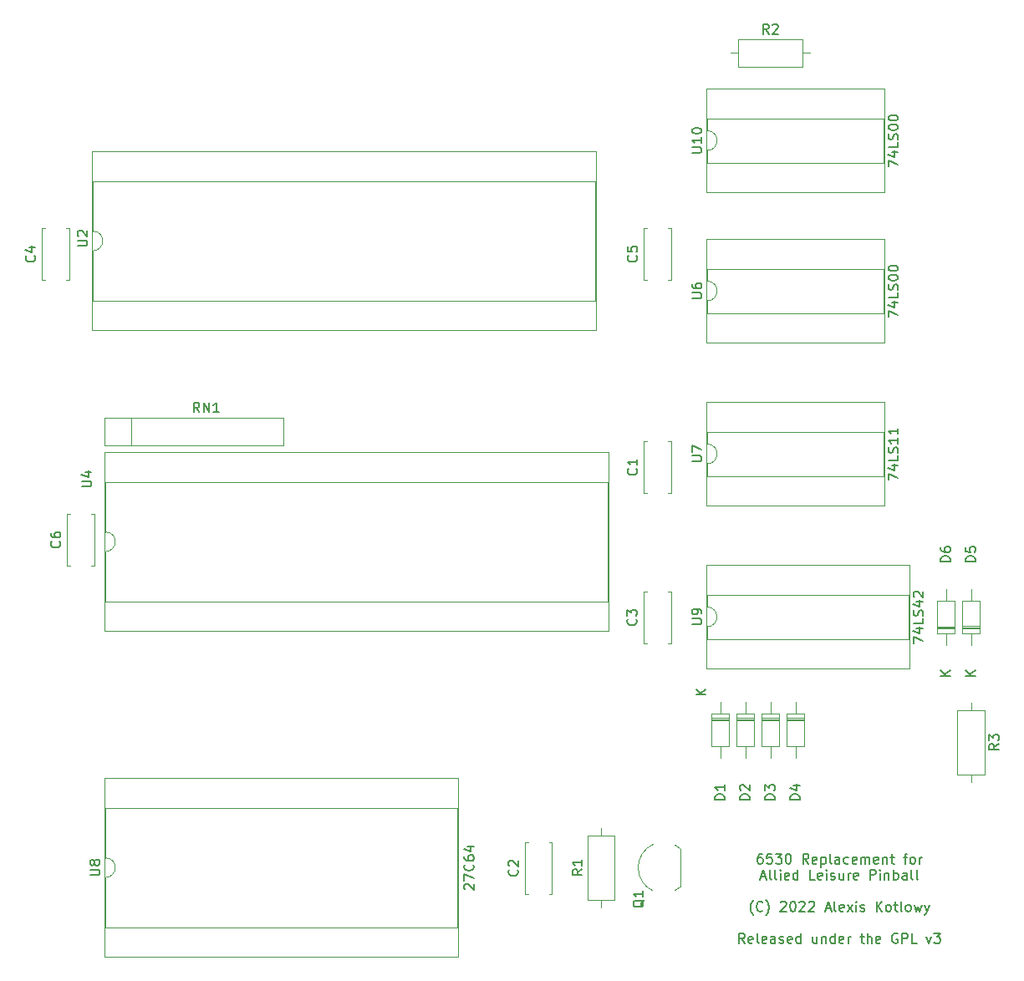
<source format=gbr>
%TF.GenerationSoftware,KiCad,Pcbnew,6.0.4+dfsg-1*%
%TF.CreationDate,2022-04-12T11:54:30+09:30*%
%TF.ProjectId,6530 to 6532 adaptor,36353330-2074-46f2-9036-353332206164,rev?*%
%TF.SameCoordinates,Original*%
%TF.FileFunction,Legend,Top*%
%TF.FilePolarity,Positive*%
%FSLAX46Y46*%
G04 Gerber Fmt 4.6, Leading zero omitted, Abs format (unit mm)*
G04 Created by KiCad (PCBNEW 6.0.4+dfsg-1) date 2022-04-12 11:54:30*
%MOMM*%
%LPD*%
G01*
G04 APERTURE LIST*
%ADD10C,0.150000*%
%ADD11C,0.120000*%
G04 APERTURE END LIST*
D10*
X187111666Y-117982380D02*
X186921190Y-117982380D01*
X186825952Y-118030000D01*
X186778333Y-118077619D01*
X186683095Y-118220476D01*
X186635476Y-118410952D01*
X186635476Y-118791904D01*
X186683095Y-118887142D01*
X186730714Y-118934761D01*
X186825952Y-118982380D01*
X187016428Y-118982380D01*
X187111666Y-118934761D01*
X187159285Y-118887142D01*
X187206904Y-118791904D01*
X187206904Y-118553809D01*
X187159285Y-118458571D01*
X187111666Y-118410952D01*
X187016428Y-118363333D01*
X186825952Y-118363333D01*
X186730714Y-118410952D01*
X186683095Y-118458571D01*
X186635476Y-118553809D01*
X188111666Y-117982380D02*
X187635476Y-117982380D01*
X187587857Y-118458571D01*
X187635476Y-118410952D01*
X187730714Y-118363333D01*
X187968809Y-118363333D01*
X188064047Y-118410952D01*
X188111666Y-118458571D01*
X188159285Y-118553809D01*
X188159285Y-118791904D01*
X188111666Y-118887142D01*
X188064047Y-118934761D01*
X187968809Y-118982380D01*
X187730714Y-118982380D01*
X187635476Y-118934761D01*
X187587857Y-118887142D01*
X188492619Y-117982380D02*
X189111666Y-117982380D01*
X188778333Y-118363333D01*
X188921190Y-118363333D01*
X189016428Y-118410952D01*
X189064047Y-118458571D01*
X189111666Y-118553809D01*
X189111666Y-118791904D01*
X189064047Y-118887142D01*
X189016428Y-118934761D01*
X188921190Y-118982380D01*
X188635476Y-118982380D01*
X188540238Y-118934761D01*
X188492619Y-118887142D01*
X189730714Y-117982380D02*
X189825952Y-117982380D01*
X189921190Y-118030000D01*
X189968809Y-118077619D01*
X190016428Y-118172857D01*
X190064047Y-118363333D01*
X190064047Y-118601428D01*
X190016428Y-118791904D01*
X189968809Y-118887142D01*
X189921190Y-118934761D01*
X189825952Y-118982380D01*
X189730714Y-118982380D01*
X189635476Y-118934761D01*
X189587857Y-118887142D01*
X189540238Y-118791904D01*
X189492619Y-118601428D01*
X189492619Y-118363333D01*
X189540238Y-118172857D01*
X189587857Y-118077619D01*
X189635476Y-118030000D01*
X189730714Y-117982380D01*
X191825952Y-118982380D02*
X191492619Y-118506190D01*
X191254523Y-118982380D02*
X191254523Y-117982380D01*
X191635476Y-117982380D01*
X191730714Y-118030000D01*
X191778333Y-118077619D01*
X191825952Y-118172857D01*
X191825952Y-118315714D01*
X191778333Y-118410952D01*
X191730714Y-118458571D01*
X191635476Y-118506190D01*
X191254523Y-118506190D01*
X192635476Y-118934761D02*
X192540238Y-118982380D01*
X192349761Y-118982380D01*
X192254523Y-118934761D01*
X192206904Y-118839523D01*
X192206904Y-118458571D01*
X192254523Y-118363333D01*
X192349761Y-118315714D01*
X192540238Y-118315714D01*
X192635476Y-118363333D01*
X192683095Y-118458571D01*
X192683095Y-118553809D01*
X192206904Y-118649047D01*
X193111666Y-118315714D02*
X193111666Y-119315714D01*
X193111666Y-118363333D02*
X193206904Y-118315714D01*
X193397380Y-118315714D01*
X193492619Y-118363333D01*
X193540238Y-118410952D01*
X193587857Y-118506190D01*
X193587857Y-118791904D01*
X193540238Y-118887142D01*
X193492619Y-118934761D01*
X193397380Y-118982380D01*
X193206904Y-118982380D01*
X193111666Y-118934761D01*
X194159285Y-118982380D02*
X194064047Y-118934761D01*
X194016428Y-118839523D01*
X194016428Y-117982380D01*
X194968809Y-118982380D02*
X194968809Y-118458571D01*
X194921190Y-118363333D01*
X194825952Y-118315714D01*
X194635476Y-118315714D01*
X194540238Y-118363333D01*
X194968809Y-118934761D02*
X194873571Y-118982380D01*
X194635476Y-118982380D01*
X194540238Y-118934761D01*
X194492619Y-118839523D01*
X194492619Y-118744285D01*
X194540238Y-118649047D01*
X194635476Y-118601428D01*
X194873571Y-118601428D01*
X194968809Y-118553809D01*
X195873571Y-118934761D02*
X195778333Y-118982380D01*
X195587857Y-118982380D01*
X195492619Y-118934761D01*
X195445000Y-118887142D01*
X195397380Y-118791904D01*
X195397380Y-118506190D01*
X195445000Y-118410952D01*
X195492619Y-118363333D01*
X195587857Y-118315714D01*
X195778333Y-118315714D01*
X195873571Y-118363333D01*
X196683095Y-118934761D02*
X196587857Y-118982380D01*
X196397380Y-118982380D01*
X196302142Y-118934761D01*
X196254523Y-118839523D01*
X196254523Y-118458571D01*
X196302142Y-118363333D01*
X196397380Y-118315714D01*
X196587857Y-118315714D01*
X196683095Y-118363333D01*
X196730714Y-118458571D01*
X196730714Y-118553809D01*
X196254523Y-118649047D01*
X197159285Y-118982380D02*
X197159285Y-118315714D01*
X197159285Y-118410952D02*
X197206904Y-118363333D01*
X197302142Y-118315714D01*
X197445000Y-118315714D01*
X197540238Y-118363333D01*
X197587857Y-118458571D01*
X197587857Y-118982380D01*
X197587857Y-118458571D02*
X197635476Y-118363333D01*
X197730714Y-118315714D01*
X197873571Y-118315714D01*
X197968809Y-118363333D01*
X198016428Y-118458571D01*
X198016428Y-118982380D01*
X198873571Y-118934761D02*
X198778333Y-118982380D01*
X198587857Y-118982380D01*
X198492619Y-118934761D01*
X198445000Y-118839523D01*
X198445000Y-118458571D01*
X198492619Y-118363333D01*
X198587857Y-118315714D01*
X198778333Y-118315714D01*
X198873571Y-118363333D01*
X198921190Y-118458571D01*
X198921190Y-118553809D01*
X198445000Y-118649047D01*
X199349761Y-118315714D02*
X199349761Y-118982380D01*
X199349761Y-118410952D02*
X199397380Y-118363333D01*
X199492619Y-118315714D01*
X199635476Y-118315714D01*
X199730714Y-118363333D01*
X199778333Y-118458571D01*
X199778333Y-118982380D01*
X200111666Y-118315714D02*
X200492619Y-118315714D01*
X200254523Y-117982380D02*
X200254523Y-118839523D01*
X200302142Y-118934761D01*
X200397380Y-118982380D01*
X200492619Y-118982380D01*
X201445000Y-118315714D02*
X201825952Y-118315714D01*
X201587857Y-118982380D02*
X201587857Y-118125238D01*
X201635476Y-118030000D01*
X201730714Y-117982380D01*
X201825952Y-117982380D01*
X202302142Y-118982380D02*
X202206904Y-118934761D01*
X202159285Y-118887142D01*
X202111666Y-118791904D01*
X202111666Y-118506190D01*
X202159285Y-118410952D01*
X202206904Y-118363333D01*
X202302142Y-118315714D01*
X202445000Y-118315714D01*
X202540238Y-118363333D01*
X202587857Y-118410952D01*
X202635476Y-118506190D01*
X202635476Y-118791904D01*
X202587857Y-118887142D01*
X202540238Y-118934761D01*
X202445000Y-118982380D01*
X202302142Y-118982380D01*
X203064047Y-118982380D02*
X203064047Y-118315714D01*
X203064047Y-118506190D02*
X203111666Y-118410952D01*
X203159285Y-118363333D01*
X203254523Y-118315714D01*
X203349761Y-118315714D01*
X187016428Y-120306666D02*
X187492619Y-120306666D01*
X186921190Y-120592380D02*
X187254523Y-119592380D01*
X187587857Y-120592380D01*
X188064047Y-120592380D02*
X187968809Y-120544761D01*
X187921190Y-120449523D01*
X187921190Y-119592380D01*
X188587857Y-120592380D02*
X188492619Y-120544761D01*
X188445000Y-120449523D01*
X188445000Y-119592380D01*
X188968809Y-120592380D02*
X188968809Y-119925714D01*
X188968809Y-119592380D02*
X188921190Y-119640000D01*
X188968809Y-119687619D01*
X189016428Y-119640000D01*
X188968809Y-119592380D01*
X188968809Y-119687619D01*
X189825952Y-120544761D02*
X189730714Y-120592380D01*
X189540238Y-120592380D01*
X189445000Y-120544761D01*
X189397380Y-120449523D01*
X189397380Y-120068571D01*
X189445000Y-119973333D01*
X189540238Y-119925714D01*
X189730714Y-119925714D01*
X189825952Y-119973333D01*
X189873571Y-120068571D01*
X189873571Y-120163809D01*
X189397380Y-120259047D01*
X190730714Y-120592380D02*
X190730714Y-119592380D01*
X190730714Y-120544761D02*
X190635476Y-120592380D01*
X190445000Y-120592380D01*
X190349761Y-120544761D01*
X190302142Y-120497142D01*
X190254523Y-120401904D01*
X190254523Y-120116190D01*
X190302142Y-120020952D01*
X190349761Y-119973333D01*
X190445000Y-119925714D01*
X190635476Y-119925714D01*
X190730714Y-119973333D01*
X192445000Y-120592380D02*
X191968809Y-120592380D01*
X191968809Y-119592380D01*
X193159285Y-120544761D02*
X193064047Y-120592380D01*
X192873571Y-120592380D01*
X192778333Y-120544761D01*
X192730714Y-120449523D01*
X192730714Y-120068571D01*
X192778333Y-119973333D01*
X192873571Y-119925714D01*
X193064047Y-119925714D01*
X193159285Y-119973333D01*
X193206904Y-120068571D01*
X193206904Y-120163809D01*
X192730714Y-120259047D01*
X193635476Y-120592380D02*
X193635476Y-119925714D01*
X193635476Y-119592380D02*
X193587857Y-119640000D01*
X193635476Y-119687619D01*
X193683095Y-119640000D01*
X193635476Y-119592380D01*
X193635476Y-119687619D01*
X194064047Y-120544761D02*
X194159285Y-120592380D01*
X194349761Y-120592380D01*
X194445000Y-120544761D01*
X194492619Y-120449523D01*
X194492619Y-120401904D01*
X194445000Y-120306666D01*
X194349761Y-120259047D01*
X194206904Y-120259047D01*
X194111666Y-120211428D01*
X194064047Y-120116190D01*
X194064047Y-120068571D01*
X194111666Y-119973333D01*
X194206904Y-119925714D01*
X194349761Y-119925714D01*
X194445000Y-119973333D01*
X195349761Y-119925714D02*
X195349761Y-120592380D01*
X194921190Y-119925714D02*
X194921190Y-120449523D01*
X194968809Y-120544761D01*
X195064047Y-120592380D01*
X195206904Y-120592380D01*
X195302142Y-120544761D01*
X195349761Y-120497142D01*
X195825952Y-120592380D02*
X195825952Y-119925714D01*
X195825952Y-120116190D02*
X195873571Y-120020952D01*
X195921190Y-119973333D01*
X196016428Y-119925714D01*
X196111666Y-119925714D01*
X196825952Y-120544761D02*
X196730714Y-120592380D01*
X196540238Y-120592380D01*
X196445000Y-120544761D01*
X196397380Y-120449523D01*
X196397380Y-120068571D01*
X196445000Y-119973333D01*
X196540238Y-119925714D01*
X196730714Y-119925714D01*
X196825952Y-119973333D01*
X196873571Y-120068571D01*
X196873571Y-120163809D01*
X196397380Y-120259047D01*
X198064047Y-120592380D02*
X198064047Y-119592380D01*
X198445000Y-119592380D01*
X198540238Y-119640000D01*
X198587857Y-119687619D01*
X198635476Y-119782857D01*
X198635476Y-119925714D01*
X198587857Y-120020952D01*
X198540238Y-120068571D01*
X198445000Y-120116190D01*
X198064047Y-120116190D01*
X199064047Y-120592380D02*
X199064047Y-119925714D01*
X199064047Y-119592380D02*
X199016428Y-119640000D01*
X199064047Y-119687619D01*
X199111666Y-119640000D01*
X199064047Y-119592380D01*
X199064047Y-119687619D01*
X199540238Y-119925714D02*
X199540238Y-120592380D01*
X199540238Y-120020952D02*
X199587857Y-119973333D01*
X199683095Y-119925714D01*
X199825952Y-119925714D01*
X199921190Y-119973333D01*
X199968809Y-120068571D01*
X199968809Y-120592380D01*
X200445000Y-120592380D02*
X200445000Y-119592380D01*
X200445000Y-119973333D02*
X200540238Y-119925714D01*
X200730714Y-119925714D01*
X200825952Y-119973333D01*
X200873571Y-120020952D01*
X200921190Y-120116190D01*
X200921190Y-120401904D01*
X200873571Y-120497142D01*
X200825952Y-120544761D01*
X200730714Y-120592380D01*
X200540238Y-120592380D01*
X200445000Y-120544761D01*
X201778333Y-120592380D02*
X201778333Y-120068571D01*
X201730714Y-119973333D01*
X201635476Y-119925714D01*
X201445000Y-119925714D01*
X201349761Y-119973333D01*
X201778333Y-120544761D02*
X201683095Y-120592380D01*
X201445000Y-120592380D01*
X201349761Y-120544761D01*
X201302142Y-120449523D01*
X201302142Y-120354285D01*
X201349761Y-120259047D01*
X201445000Y-120211428D01*
X201683095Y-120211428D01*
X201778333Y-120163809D01*
X202397380Y-120592380D02*
X202302142Y-120544761D01*
X202254523Y-120449523D01*
X202254523Y-119592380D01*
X202921190Y-120592380D02*
X202825952Y-120544761D01*
X202778333Y-120449523D01*
X202778333Y-119592380D01*
X186230714Y-124193333D02*
X186183095Y-124145714D01*
X186087857Y-124002857D01*
X186040238Y-123907619D01*
X185992619Y-123764761D01*
X185945000Y-123526666D01*
X185945000Y-123336190D01*
X185992619Y-123098095D01*
X186040238Y-122955238D01*
X186087857Y-122860000D01*
X186183095Y-122717142D01*
X186230714Y-122669523D01*
X187183095Y-123717142D02*
X187135476Y-123764761D01*
X186992619Y-123812380D01*
X186897380Y-123812380D01*
X186754523Y-123764761D01*
X186659285Y-123669523D01*
X186611666Y-123574285D01*
X186564047Y-123383809D01*
X186564047Y-123240952D01*
X186611666Y-123050476D01*
X186659285Y-122955238D01*
X186754523Y-122860000D01*
X186897380Y-122812380D01*
X186992619Y-122812380D01*
X187135476Y-122860000D01*
X187183095Y-122907619D01*
X187516428Y-124193333D02*
X187564047Y-124145714D01*
X187659285Y-124002857D01*
X187706904Y-123907619D01*
X187754523Y-123764761D01*
X187802142Y-123526666D01*
X187802142Y-123336190D01*
X187754523Y-123098095D01*
X187706904Y-122955238D01*
X187659285Y-122860000D01*
X187564047Y-122717142D01*
X187516428Y-122669523D01*
X188992619Y-122907619D02*
X189040238Y-122860000D01*
X189135476Y-122812380D01*
X189373571Y-122812380D01*
X189468809Y-122860000D01*
X189516428Y-122907619D01*
X189564047Y-123002857D01*
X189564047Y-123098095D01*
X189516428Y-123240952D01*
X188945000Y-123812380D01*
X189564047Y-123812380D01*
X190183095Y-122812380D02*
X190278333Y-122812380D01*
X190373571Y-122860000D01*
X190421190Y-122907619D01*
X190468809Y-123002857D01*
X190516428Y-123193333D01*
X190516428Y-123431428D01*
X190468809Y-123621904D01*
X190421190Y-123717142D01*
X190373571Y-123764761D01*
X190278333Y-123812380D01*
X190183095Y-123812380D01*
X190087857Y-123764761D01*
X190040238Y-123717142D01*
X189992619Y-123621904D01*
X189945000Y-123431428D01*
X189945000Y-123193333D01*
X189992619Y-123002857D01*
X190040238Y-122907619D01*
X190087857Y-122860000D01*
X190183095Y-122812380D01*
X190897380Y-122907619D02*
X190945000Y-122860000D01*
X191040238Y-122812380D01*
X191278333Y-122812380D01*
X191373571Y-122860000D01*
X191421190Y-122907619D01*
X191468809Y-123002857D01*
X191468809Y-123098095D01*
X191421190Y-123240952D01*
X190849761Y-123812380D01*
X191468809Y-123812380D01*
X191849761Y-122907619D02*
X191897380Y-122860000D01*
X191992619Y-122812380D01*
X192230714Y-122812380D01*
X192325952Y-122860000D01*
X192373571Y-122907619D01*
X192421190Y-123002857D01*
X192421190Y-123098095D01*
X192373571Y-123240952D01*
X191802142Y-123812380D01*
X192421190Y-123812380D01*
X193564047Y-123526666D02*
X194040238Y-123526666D01*
X193468809Y-123812380D02*
X193802142Y-122812380D01*
X194135476Y-123812380D01*
X194611666Y-123812380D02*
X194516428Y-123764761D01*
X194468809Y-123669523D01*
X194468809Y-122812380D01*
X195373571Y-123764761D02*
X195278333Y-123812380D01*
X195087857Y-123812380D01*
X194992619Y-123764761D01*
X194945000Y-123669523D01*
X194945000Y-123288571D01*
X194992619Y-123193333D01*
X195087857Y-123145714D01*
X195278333Y-123145714D01*
X195373571Y-123193333D01*
X195421190Y-123288571D01*
X195421190Y-123383809D01*
X194945000Y-123479047D01*
X195754523Y-123812380D02*
X196278333Y-123145714D01*
X195754523Y-123145714D02*
X196278333Y-123812380D01*
X196659285Y-123812380D02*
X196659285Y-123145714D01*
X196659285Y-122812380D02*
X196611666Y-122860000D01*
X196659285Y-122907619D01*
X196706904Y-122860000D01*
X196659285Y-122812380D01*
X196659285Y-122907619D01*
X197087857Y-123764761D02*
X197183095Y-123812380D01*
X197373571Y-123812380D01*
X197468809Y-123764761D01*
X197516428Y-123669523D01*
X197516428Y-123621904D01*
X197468809Y-123526666D01*
X197373571Y-123479047D01*
X197230714Y-123479047D01*
X197135476Y-123431428D01*
X197087857Y-123336190D01*
X197087857Y-123288571D01*
X197135476Y-123193333D01*
X197230714Y-123145714D01*
X197373571Y-123145714D01*
X197468809Y-123193333D01*
X198706904Y-123812380D02*
X198706904Y-122812380D01*
X199278333Y-123812380D02*
X198849761Y-123240952D01*
X199278333Y-122812380D02*
X198706904Y-123383809D01*
X199849761Y-123812380D02*
X199754523Y-123764761D01*
X199706904Y-123717142D01*
X199659285Y-123621904D01*
X199659285Y-123336190D01*
X199706904Y-123240952D01*
X199754523Y-123193333D01*
X199849761Y-123145714D01*
X199992619Y-123145714D01*
X200087857Y-123193333D01*
X200135476Y-123240952D01*
X200183095Y-123336190D01*
X200183095Y-123621904D01*
X200135476Y-123717142D01*
X200087857Y-123764761D01*
X199992619Y-123812380D01*
X199849761Y-123812380D01*
X200468809Y-123145714D02*
X200849761Y-123145714D01*
X200611666Y-122812380D02*
X200611666Y-123669523D01*
X200659285Y-123764761D01*
X200754523Y-123812380D01*
X200849761Y-123812380D01*
X201325952Y-123812380D02*
X201230714Y-123764761D01*
X201183095Y-123669523D01*
X201183095Y-122812380D01*
X201849761Y-123812380D02*
X201754523Y-123764761D01*
X201706904Y-123717142D01*
X201659285Y-123621904D01*
X201659285Y-123336190D01*
X201706904Y-123240952D01*
X201754523Y-123193333D01*
X201849761Y-123145714D01*
X201992619Y-123145714D01*
X202087857Y-123193333D01*
X202135476Y-123240952D01*
X202183095Y-123336190D01*
X202183095Y-123621904D01*
X202135476Y-123717142D01*
X202087857Y-123764761D01*
X201992619Y-123812380D01*
X201849761Y-123812380D01*
X202516428Y-123145714D02*
X202706904Y-123812380D01*
X202897380Y-123336190D01*
X203087857Y-123812380D01*
X203278333Y-123145714D01*
X203564047Y-123145714D02*
X203802142Y-123812380D01*
X204040238Y-123145714D02*
X203802142Y-123812380D01*
X203706904Y-124050476D01*
X203659285Y-124098095D01*
X203564047Y-124145714D01*
X185349761Y-127032380D02*
X185016428Y-126556190D01*
X184778333Y-127032380D02*
X184778333Y-126032380D01*
X185159285Y-126032380D01*
X185254523Y-126080000D01*
X185302142Y-126127619D01*
X185349761Y-126222857D01*
X185349761Y-126365714D01*
X185302142Y-126460952D01*
X185254523Y-126508571D01*
X185159285Y-126556190D01*
X184778333Y-126556190D01*
X186159285Y-126984761D02*
X186064047Y-127032380D01*
X185873571Y-127032380D01*
X185778333Y-126984761D01*
X185730714Y-126889523D01*
X185730714Y-126508571D01*
X185778333Y-126413333D01*
X185873571Y-126365714D01*
X186064047Y-126365714D01*
X186159285Y-126413333D01*
X186206904Y-126508571D01*
X186206904Y-126603809D01*
X185730714Y-126699047D01*
X186778333Y-127032380D02*
X186683095Y-126984761D01*
X186635476Y-126889523D01*
X186635476Y-126032380D01*
X187540238Y-126984761D02*
X187445000Y-127032380D01*
X187254523Y-127032380D01*
X187159285Y-126984761D01*
X187111666Y-126889523D01*
X187111666Y-126508571D01*
X187159285Y-126413333D01*
X187254523Y-126365714D01*
X187445000Y-126365714D01*
X187540238Y-126413333D01*
X187587857Y-126508571D01*
X187587857Y-126603809D01*
X187111666Y-126699047D01*
X188445000Y-127032380D02*
X188445000Y-126508571D01*
X188397380Y-126413333D01*
X188302142Y-126365714D01*
X188111666Y-126365714D01*
X188016428Y-126413333D01*
X188445000Y-126984761D02*
X188349761Y-127032380D01*
X188111666Y-127032380D01*
X188016428Y-126984761D01*
X187968809Y-126889523D01*
X187968809Y-126794285D01*
X188016428Y-126699047D01*
X188111666Y-126651428D01*
X188349761Y-126651428D01*
X188445000Y-126603809D01*
X188873571Y-126984761D02*
X188968809Y-127032380D01*
X189159285Y-127032380D01*
X189254523Y-126984761D01*
X189302142Y-126889523D01*
X189302142Y-126841904D01*
X189254523Y-126746666D01*
X189159285Y-126699047D01*
X189016428Y-126699047D01*
X188921190Y-126651428D01*
X188873571Y-126556190D01*
X188873571Y-126508571D01*
X188921190Y-126413333D01*
X189016428Y-126365714D01*
X189159285Y-126365714D01*
X189254523Y-126413333D01*
X190111666Y-126984761D02*
X190016428Y-127032380D01*
X189825952Y-127032380D01*
X189730714Y-126984761D01*
X189683095Y-126889523D01*
X189683095Y-126508571D01*
X189730714Y-126413333D01*
X189825952Y-126365714D01*
X190016428Y-126365714D01*
X190111666Y-126413333D01*
X190159285Y-126508571D01*
X190159285Y-126603809D01*
X189683095Y-126699047D01*
X191016428Y-127032380D02*
X191016428Y-126032380D01*
X191016428Y-126984761D02*
X190921190Y-127032380D01*
X190730714Y-127032380D01*
X190635476Y-126984761D01*
X190587857Y-126937142D01*
X190540238Y-126841904D01*
X190540238Y-126556190D01*
X190587857Y-126460952D01*
X190635476Y-126413333D01*
X190730714Y-126365714D01*
X190921190Y-126365714D01*
X191016428Y-126413333D01*
X192683095Y-126365714D02*
X192683095Y-127032380D01*
X192254523Y-126365714D02*
X192254523Y-126889523D01*
X192302142Y-126984761D01*
X192397380Y-127032380D01*
X192540238Y-127032380D01*
X192635476Y-126984761D01*
X192683095Y-126937142D01*
X193159285Y-126365714D02*
X193159285Y-127032380D01*
X193159285Y-126460952D02*
X193206904Y-126413333D01*
X193302142Y-126365714D01*
X193445000Y-126365714D01*
X193540238Y-126413333D01*
X193587857Y-126508571D01*
X193587857Y-127032380D01*
X194492619Y-127032380D02*
X194492619Y-126032380D01*
X194492619Y-126984761D02*
X194397380Y-127032380D01*
X194206904Y-127032380D01*
X194111666Y-126984761D01*
X194064047Y-126937142D01*
X194016428Y-126841904D01*
X194016428Y-126556190D01*
X194064047Y-126460952D01*
X194111666Y-126413333D01*
X194206904Y-126365714D01*
X194397380Y-126365714D01*
X194492619Y-126413333D01*
X195349761Y-126984761D02*
X195254523Y-127032380D01*
X195064047Y-127032380D01*
X194968809Y-126984761D01*
X194921190Y-126889523D01*
X194921190Y-126508571D01*
X194968809Y-126413333D01*
X195064047Y-126365714D01*
X195254523Y-126365714D01*
X195349761Y-126413333D01*
X195397380Y-126508571D01*
X195397380Y-126603809D01*
X194921190Y-126699047D01*
X195825952Y-127032380D02*
X195825952Y-126365714D01*
X195825952Y-126556190D02*
X195873571Y-126460952D01*
X195921190Y-126413333D01*
X196016428Y-126365714D01*
X196111666Y-126365714D01*
X197064047Y-126365714D02*
X197445000Y-126365714D01*
X197206904Y-126032380D02*
X197206904Y-126889523D01*
X197254523Y-126984761D01*
X197349761Y-127032380D01*
X197445000Y-127032380D01*
X197778333Y-127032380D02*
X197778333Y-126032380D01*
X198206904Y-127032380D02*
X198206904Y-126508571D01*
X198159285Y-126413333D01*
X198064047Y-126365714D01*
X197921190Y-126365714D01*
X197825952Y-126413333D01*
X197778333Y-126460952D01*
X199064047Y-126984761D02*
X198968809Y-127032380D01*
X198778333Y-127032380D01*
X198683095Y-126984761D01*
X198635476Y-126889523D01*
X198635476Y-126508571D01*
X198683095Y-126413333D01*
X198778333Y-126365714D01*
X198968809Y-126365714D01*
X199064047Y-126413333D01*
X199111666Y-126508571D01*
X199111666Y-126603809D01*
X198635476Y-126699047D01*
X200825952Y-126080000D02*
X200730714Y-126032380D01*
X200587857Y-126032380D01*
X200445000Y-126080000D01*
X200349761Y-126175238D01*
X200302142Y-126270476D01*
X200254523Y-126460952D01*
X200254523Y-126603809D01*
X200302142Y-126794285D01*
X200349761Y-126889523D01*
X200445000Y-126984761D01*
X200587857Y-127032380D01*
X200683095Y-127032380D01*
X200825952Y-126984761D01*
X200873571Y-126937142D01*
X200873571Y-126603809D01*
X200683095Y-126603809D01*
X201302142Y-127032380D02*
X201302142Y-126032380D01*
X201683095Y-126032380D01*
X201778333Y-126080000D01*
X201825952Y-126127619D01*
X201873571Y-126222857D01*
X201873571Y-126365714D01*
X201825952Y-126460952D01*
X201778333Y-126508571D01*
X201683095Y-126556190D01*
X201302142Y-126556190D01*
X202778333Y-127032380D02*
X202302142Y-127032380D01*
X202302142Y-126032380D01*
X203778333Y-126365714D02*
X204016428Y-127032380D01*
X204254523Y-126365714D01*
X204540238Y-126032380D02*
X205159285Y-126032380D01*
X204825952Y-126413333D01*
X204968809Y-126413333D01*
X205064047Y-126460952D01*
X205111666Y-126508571D01*
X205159285Y-126603809D01*
X205159285Y-126841904D01*
X205111666Y-126937142D01*
X205064047Y-126984761D01*
X204968809Y-127032380D01*
X204683095Y-127032380D01*
X204587857Y-126984761D01*
X204540238Y-126937142D01*
%TO.C,R3*%
X211102380Y-106846666D02*
X210626190Y-107180000D01*
X211102380Y-107418095D02*
X210102380Y-107418095D01*
X210102380Y-107037142D01*
X210150000Y-106941904D01*
X210197619Y-106894285D01*
X210292857Y-106846666D01*
X210435714Y-106846666D01*
X210530952Y-106894285D01*
X210578571Y-106941904D01*
X210626190Y-107037142D01*
X210626190Y-107418095D01*
X210102380Y-106513333D02*
X210102380Y-105894285D01*
X210483333Y-106227619D01*
X210483333Y-106084761D01*
X210530952Y-105989523D01*
X210578571Y-105941904D01*
X210673809Y-105894285D01*
X210911904Y-105894285D01*
X211007142Y-105941904D01*
X211054761Y-105989523D01*
X211102380Y-106084761D01*
X211102380Y-106370476D01*
X211054761Y-106465714D01*
X211007142Y-106513333D01*
%TO.C,C1*%
X174387142Y-78946666D02*
X174434761Y-78994285D01*
X174482380Y-79137142D01*
X174482380Y-79232380D01*
X174434761Y-79375238D01*
X174339523Y-79470476D01*
X174244285Y-79518095D01*
X174053809Y-79565714D01*
X173910952Y-79565714D01*
X173720476Y-79518095D01*
X173625238Y-79470476D01*
X173530000Y-79375238D01*
X173482380Y-79232380D01*
X173482380Y-79137142D01*
X173530000Y-78994285D01*
X173577619Y-78946666D01*
X174482380Y-77994285D02*
X174482380Y-78565714D01*
X174482380Y-78280000D02*
X173482380Y-78280000D01*
X173625238Y-78375238D01*
X173720476Y-78470476D01*
X173768095Y-78565714D01*
%TO.C,U2*%
X117772380Y-56387904D02*
X118581904Y-56387904D01*
X118677142Y-56340285D01*
X118724761Y-56292666D01*
X118772380Y-56197428D01*
X118772380Y-56006952D01*
X118724761Y-55911714D01*
X118677142Y-55864095D01*
X118581904Y-55816476D01*
X117772380Y-55816476D01*
X117867619Y-55387904D02*
X117820000Y-55340285D01*
X117772380Y-55245047D01*
X117772380Y-55006952D01*
X117820000Y-54911714D01*
X117867619Y-54864095D01*
X117962857Y-54816476D01*
X118058095Y-54816476D01*
X118200952Y-54864095D01*
X118772380Y-55435523D01*
X118772380Y-54816476D01*
%TO.C,R2*%
X187793333Y-34912380D02*
X187460000Y-34436190D01*
X187221904Y-34912380D02*
X187221904Y-33912380D01*
X187602857Y-33912380D01*
X187698095Y-33960000D01*
X187745714Y-34007619D01*
X187793333Y-34102857D01*
X187793333Y-34245714D01*
X187745714Y-34340952D01*
X187698095Y-34388571D01*
X187602857Y-34436190D01*
X187221904Y-34436190D01*
X188174285Y-34007619D02*
X188221904Y-33960000D01*
X188317142Y-33912380D01*
X188555238Y-33912380D01*
X188650476Y-33960000D01*
X188698095Y-34007619D01*
X188745714Y-34102857D01*
X188745714Y-34198095D01*
X188698095Y-34340952D01*
X188126666Y-34912380D01*
X188745714Y-34912380D01*
%TO.C,D5*%
X208732380Y-88368095D02*
X207732380Y-88368095D01*
X207732380Y-88130000D01*
X207780000Y-87987142D01*
X207875238Y-87891904D01*
X207970476Y-87844285D01*
X208160952Y-87796666D01*
X208303809Y-87796666D01*
X208494285Y-87844285D01*
X208589523Y-87891904D01*
X208684761Y-87987142D01*
X208732380Y-88130000D01*
X208732380Y-88368095D01*
X207732380Y-86891904D02*
X207732380Y-87368095D01*
X208208571Y-87415714D01*
X208160952Y-87368095D01*
X208113333Y-87272857D01*
X208113333Y-87034761D01*
X208160952Y-86939523D01*
X208208571Y-86891904D01*
X208303809Y-86844285D01*
X208541904Y-86844285D01*
X208637142Y-86891904D01*
X208684761Y-86939523D01*
X208732380Y-87034761D01*
X208732380Y-87272857D01*
X208684761Y-87368095D01*
X208637142Y-87415714D01*
X208732380Y-99956904D02*
X207732380Y-99956904D01*
X208732380Y-99385476D02*
X208160952Y-99814047D01*
X207732380Y-99385476D02*
X208303809Y-99956904D01*
%TO.C,D6*%
X206192380Y-88373095D02*
X205192380Y-88373095D01*
X205192380Y-88135000D01*
X205240000Y-87992142D01*
X205335238Y-87896904D01*
X205430476Y-87849285D01*
X205620952Y-87801666D01*
X205763809Y-87801666D01*
X205954285Y-87849285D01*
X206049523Y-87896904D01*
X206144761Y-87992142D01*
X206192380Y-88135000D01*
X206192380Y-88373095D01*
X205192380Y-86944523D02*
X205192380Y-87135000D01*
X205240000Y-87230238D01*
X205287619Y-87277857D01*
X205430476Y-87373095D01*
X205620952Y-87420714D01*
X206001904Y-87420714D01*
X206097142Y-87373095D01*
X206144761Y-87325476D01*
X206192380Y-87230238D01*
X206192380Y-87039761D01*
X206144761Y-86944523D01*
X206097142Y-86896904D01*
X206001904Y-86849285D01*
X205763809Y-86849285D01*
X205668571Y-86896904D01*
X205620952Y-86944523D01*
X205573333Y-87039761D01*
X205573333Y-87230238D01*
X205620952Y-87325476D01*
X205668571Y-87373095D01*
X205763809Y-87420714D01*
X206192380Y-99961904D02*
X205192380Y-99961904D01*
X206192380Y-99390476D02*
X205620952Y-99819047D01*
X205192380Y-99390476D02*
X205763809Y-99961904D01*
%TO.C,Q1*%
X175172619Y-122650238D02*
X175125000Y-122745476D01*
X175029761Y-122840714D01*
X174886904Y-122983571D01*
X174839285Y-123078809D01*
X174839285Y-123174047D01*
X175077380Y-123126428D02*
X175029761Y-123221666D01*
X174934523Y-123316904D01*
X174744047Y-123364523D01*
X174410714Y-123364523D01*
X174220238Y-123316904D01*
X174125000Y-123221666D01*
X174077380Y-123126428D01*
X174077380Y-122935952D01*
X174125000Y-122840714D01*
X174220238Y-122745476D01*
X174410714Y-122697857D01*
X174744047Y-122697857D01*
X174934523Y-122745476D01*
X175029761Y-122840714D01*
X175077380Y-122935952D01*
X175077380Y-123126428D01*
X175077380Y-121745476D02*
X175077380Y-122316904D01*
X175077380Y-122031190D02*
X174077380Y-122031190D01*
X174220238Y-122126428D01*
X174315476Y-122221666D01*
X174363095Y-122316904D01*
%TO.C,D2*%
X185872380Y-112503095D02*
X184872380Y-112503095D01*
X184872380Y-112265000D01*
X184920000Y-112122142D01*
X185015238Y-112026904D01*
X185110476Y-111979285D01*
X185300952Y-111931666D01*
X185443809Y-111931666D01*
X185634285Y-111979285D01*
X185729523Y-112026904D01*
X185824761Y-112122142D01*
X185872380Y-112265000D01*
X185872380Y-112503095D01*
X184967619Y-111550714D02*
X184920000Y-111503095D01*
X184872380Y-111407857D01*
X184872380Y-111169761D01*
X184920000Y-111074523D01*
X184967619Y-111026904D01*
X185062857Y-110979285D01*
X185158095Y-110979285D01*
X185300952Y-111026904D01*
X185872380Y-111598333D01*
X185872380Y-110979285D01*
%TO.C,C6*%
X115967142Y-86311666D02*
X116014761Y-86359285D01*
X116062380Y-86502142D01*
X116062380Y-86597380D01*
X116014761Y-86740238D01*
X115919523Y-86835476D01*
X115824285Y-86883095D01*
X115633809Y-86930714D01*
X115490952Y-86930714D01*
X115300476Y-86883095D01*
X115205238Y-86835476D01*
X115110000Y-86740238D01*
X115062380Y-86597380D01*
X115062380Y-86502142D01*
X115110000Y-86359285D01*
X115157619Y-86311666D01*
X115062380Y-85454523D02*
X115062380Y-85645000D01*
X115110000Y-85740238D01*
X115157619Y-85787857D01*
X115300476Y-85883095D01*
X115490952Y-85930714D01*
X115871904Y-85930714D01*
X115967142Y-85883095D01*
X116014761Y-85835476D01*
X116062380Y-85740238D01*
X116062380Y-85549761D01*
X116014761Y-85454523D01*
X115967142Y-85406904D01*
X115871904Y-85359285D01*
X115633809Y-85359285D01*
X115538571Y-85406904D01*
X115490952Y-85454523D01*
X115443333Y-85549761D01*
X115443333Y-85740238D01*
X115490952Y-85835476D01*
X115538571Y-85883095D01*
X115633809Y-85930714D01*
%TO.C,U4*%
X118197380Y-80771904D02*
X119006904Y-80771904D01*
X119102142Y-80724285D01*
X119149761Y-80676666D01*
X119197380Y-80581428D01*
X119197380Y-80390952D01*
X119149761Y-80295714D01*
X119102142Y-80248095D01*
X119006904Y-80200476D01*
X118197380Y-80200476D01*
X118530714Y-79295714D02*
X119197380Y-79295714D01*
X118149761Y-79533809D02*
X118864047Y-79771904D01*
X118864047Y-79152857D01*
%TO.C,U6*%
X179997380Y-61711904D02*
X180806904Y-61711904D01*
X180902142Y-61664285D01*
X180949761Y-61616666D01*
X180997380Y-61521428D01*
X180997380Y-61330952D01*
X180949761Y-61235714D01*
X180902142Y-61188095D01*
X180806904Y-61140476D01*
X179997380Y-61140476D01*
X179997380Y-60235714D02*
X179997380Y-60426190D01*
X180045000Y-60521428D01*
X180092619Y-60569047D01*
X180235476Y-60664285D01*
X180425952Y-60711904D01*
X180806904Y-60711904D01*
X180902142Y-60664285D01*
X180949761Y-60616666D01*
X180997380Y-60521428D01*
X180997380Y-60330952D01*
X180949761Y-60235714D01*
X180902142Y-60188095D01*
X180806904Y-60140476D01*
X180568809Y-60140476D01*
X180473571Y-60188095D01*
X180425952Y-60235714D01*
X180378333Y-60330952D01*
X180378333Y-60521428D01*
X180425952Y-60616666D01*
X180473571Y-60664285D01*
X180568809Y-60711904D01*
X199897380Y-63592857D02*
X199897380Y-62926190D01*
X200897380Y-63354761D01*
X200230714Y-62116666D02*
X200897380Y-62116666D01*
X199849761Y-62354761D02*
X200564047Y-62592857D01*
X200564047Y-61973809D01*
X200897380Y-61116666D02*
X200897380Y-61592857D01*
X199897380Y-61592857D01*
X200849761Y-60830952D02*
X200897380Y-60688095D01*
X200897380Y-60450000D01*
X200849761Y-60354761D01*
X200802142Y-60307142D01*
X200706904Y-60259523D01*
X200611666Y-60259523D01*
X200516428Y-60307142D01*
X200468809Y-60354761D01*
X200421190Y-60450000D01*
X200373571Y-60640476D01*
X200325952Y-60735714D01*
X200278333Y-60783333D01*
X200183095Y-60830952D01*
X200087857Y-60830952D01*
X199992619Y-60783333D01*
X199945000Y-60735714D01*
X199897380Y-60640476D01*
X199897380Y-60402380D01*
X199945000Y-60259523D01*
X199897380Y-59640476D02*
X199897380Y-59545238D01*
X199945000Y-59450000D01*
X199992619Y-59402380D01*
X200087857Y-59354761D01*
X200278333Y-59307142D01*
X200516428Y-59307142D01*
X200706904Y-59354761D01*
X200802142Y-59402380D01*
X200849761Y-59450000D01*
X200897380Y-59545238D01*
X200897380Y-59640476D01*
X200849761Y-59735714D01*
X200802142Y-59783333D01*
X200706904Y-59830952D01*
X200516428Y-59878571D01*
X200278333Y-59878571D01*
X200087857Y-59830952D01*
X199992619Y-59783333D01*
X199945000Y-59735714D01*
X199897380Y-59640476D01*
X199897380Y-58688095D02*
X199897380Y-58592857D01*
X199945000Y-58497619D01*
X199992619Y-58450000D01*
X200087857Y-58402380D01*
X200278333Y-58354761D01*
X200516428Y-58354761D01*
X200706904Y-58402380D01*
X200802142Y-58450000D01*
X200849761Y-58497619D01*
X200897380Y-58592857D01*
X200897380Y-58688095D01*
X200849761Y-58783333D01*
X200802142Y-58830952D01*
X200706904Y-58878571D01*
X200516428Y-58926190D01*
X200278333Y-58926190D01*
X200087857Y-58878571D01*
X199992619Y-58830952D01*
X199945000Y-58783333D01*
X199897380Y-58688095D01*
%TO.C,C5*%
X174387142Y-57356666D02*
X174434761Y-57404285D01*
X174482380Y-57547142D01*
X174482380Y-57642380D01*
X174434761Y-57785238D01*
X174339523Y-57880476D01*
X174244285Y-57928095D01*
X174053809Y-57975714D01*
X173910952Y-57975714D01*
X173720476Y-57928095D01*
X173625238Y-57880476D01*
X173530000Y-57785238D01*
X173482380Y-57642380D01*
X173482380Y-57547142D01*
X173530000Y-57404285D01*
X173577619Y-57356666D01*
X173482380Y-56451904D02*
X173482380Y-56928095D01*
X173958571Y-56975714D01*
X173910952Y-56928095D01*
X173863333Y-56832857D01*
X173863333Y-56594761D01*
X173910952Y-56499523D01*
X173958571Y-56451904D01*
X174053809Y-56404285D01*
X174291904Y-56404285D01*
X174387142Y-56451904D01*
X174434761Y-56499523D01*
X174482380Y-56594761D01*
X174482380Y-56832857D01*
X174434761Y-56928095D01*
X174387142Y-56975714D01*
%TO.C,U10*%
X179997380Y-46948095D02*
X180806904Y-46948095D01*
X180902142Y-46900476D01*
X180949761Y-46852857D01*
X180997380Y-46757619D01*
X180997380Y-46567142D01*
X180949761Y-46471904D01*
X180902142Y-46424285D01*
X180806904Y-46376666D01*
X179997380Y-46376666D01*
X180997380Y-45376666D02*
X180997380Y-45948095D01*
X180997380Y-45662380D02*
X179997380Y-45662380D01*
X180140238Y-45757619D01*
X180235476Y-45852857D01*
X180283095Y-45948095D01*
X179997380Y-44757619D02*
X179997380Y-44662380D01*
X180045000Y-44567142D01*
X180092619Y-44519523D01*
X180187857Y-44471904D01*
X180378333Y-44424285D01*
X180616428Y-44424285D01*
X180806904Y-44471904D01*
X180902142Y-44519523D01*
X180949761Y-44567142D01*
X180997380Y-44662380D01*
X180997380Y-44757619D01*
X180949761Y-44852857D01*
X180902142Y-44900476D01*
X180806904Y-44948095D01*
X180616428Y-44995714D01*
X180378333Y-44995714D01*
X180187857Y-44948095D01*
X180092619Y-44900476D01*
X180045000Y-44852857D01*
X179997380Y-44757619D01*
X199897380Y-48352857D02*
X199897380Y-47686190D01*
X200897380Y-48114761D01*
X200230714Y-46876666D02*
X200897380Y-46876666D01*
X199849761Y-47114761D02*
X200564047Y-47352857D01*
X200564047Y-46733809D01*
X200897380Y-45876666D02*
X200897380Y-46352857D01*
X199897380Y-46352857D01*
X200849761Y-45590952D02*
X200897380Y-45448095D01*
X200897380Y-45210000D01*
X200849761Y-45114761D01*
X200802142Y-45067142D01*
X200706904Y-45019523D01*
X200611666Y-45019523D01*
X200516428Y-45067142D01*
X200468809Y-45114761D01*
X200421190Y-45210000D01*
X200373571Y-45400476D01*
X200325952Y-45495714D01*
X200278333Y-45543333D01*
X200183095Y-45590952D01*
X200087857Y-45590952D01*
X199992619Y-45543333D01*
X199945000Y-45495714D01*
X199897380Y-45400476D01*
X199897380Y-45162380D01*
X199945000Y-45019523D01*
X199897380Y-44400476D02*
X199897380Y-44305238D01*
X199945000Y-44210000D01*
X199992619Y-44162380D01*
X200087857Y-44114761D01*
X200278333Y-44067142D01*
X200516428Y-44067142D01*
X200706904Y-44114761D01*
X200802142Y-44162380D01*
X200849761Y-44210000D01*
X200897380Y-44305238D01*
X200897380Y-44400476D01*
X200849761Y-44495714D01*
X200802142Y-44543333D01*
X200706904Y-44590952D01*
X200516428Y-44638571D01*
X200278333Y-44638571D01*
X200087857Y-44590952D01*
X199992619Y-44543333D01*
X199945000Y-44495714D01*
X199897380Y-44400476D01*
X199897380Y-43448095D02*
X199897380Y-43352857D01*
X199945000Y-43257619D01*
X199992619Y-43210000D01*
X200087857Y-43162380D01*
X200278333Y-43114761D01*
X200516428Y-43114761D01*
X200706904Y-43162380D01*
X200802142Y-43210000D01*
X200849761Y-43257619D01*
X200897380Y-43352857D01*
X200897380Y-43448095D01*
X200849761Y-43543333D01*
X200802142Y-43590952D01*
X200706904Y-43638571D01*
X200516428Y-43686190D01*
X200278333Y-43686190D01*
X200087857Y-43638571D01*
X199992619Y-43590952D01*
X199945000Y-43543333D01*
X199897380Y-43448095D01*
%TO.C,D1*%
X183332380Y-112498095D02*
X182332380Y-112498095D01*
X182332380Y-112260000D01*
X182380000Y-112117142D01*
X182475238Y-112021904D01*
X182570476Y-111974285D01*
X182760952Y-111926666D01*
X182903809Y-111926666D01*
X183094285Y-111974285D01*
X183189523Y-112021904D01*
X183284761Y-112117142D01*
X183332380Y-112260000D01*
X183332380Y-112498095D01*
X183332380Y-110974285D02*
X183332380Y-111545714D01*
X183332380Y-111260000D02*
X182332380Y-111260000D01*
X182475238Y-111355238D01*
X182570476Y-111450476D01*
X182618095Y-111545714D01*
X181427380Y-101861904D02*
X180427380Y-101861904D01*
X181427380Y-101290476D02*
X180855952Y-101719047D01*
X180427380Y-101290476D02*
X180998809Y-101861904D01*
%TO.C,C3*%
X174347142Y-94186666D02*
X174394761Y-94234285D01*
X174442380Y-94377142D01*
X174442380Y-94472380D01*
X174394761Y-94615238D01*
X174299523Y-94710476D01*
X174204285Y-94758095D01*
X174013809Y-94805714D01*
X173870952Y-94805714D01*
X173680476Y-94758095D01*
X173585238Y-94710476D01*
X173490000Y-94615238D01*
X173442380Y-94472380D01*
X173442380Y-94377142D01*
X173490000Y-94234285D01*
X173537619Y-94186666D01*
X173442380Y-93853333D02*
X173442380Y-93234285D01*
X173823333Y-93567619D01*
X173823333Y-93424761D01*
X173870952Y-93329523D01*
X173918571Y-93281904D01*
X174013809Y-93234285D01*
X174251904Y-93234285D01*
X174347142Y-93281904D01*
X174394761Y-93329523D01*
X174442380Y-93424761D01*
X174442380Y-93710476D01*
X174394761Y-93805714D01*
X174347142Y-93853333D01*
%TO.C,C4*%
X113427142Y-57381666D02*
X113474761Y-57429285D01*
X113522380Y-57572142D01*
X113522380Y-57667380D01*
X113474761Y-57810238D01*
X113379523Y-57905476D01*
X113284285Y-57953095D01*
X113093809Y-58000714D01*
X112950952Y-58000714D01*
X112760476Y-57953095D01*
X112665238Y-57905476D01*
X112570000Y-57810238D01*
X112522380Y-57667380D01*
X112522380Y-57572142D01*
X112570000Y-57429285D01*
X112617619Y-57381666D01*
X112855714Y-56524523D02*
X113522380Y-56524523D01*
X112474761Y-56762619D02*
X113189047Y-57000714D01*
X113189047Y-56381666D01*
%TO.C,U8*%
X119042380Y-120141904D02*
X119851904Y-120141904D01*
X119947142Y-120094285D01*
X119994761Y-120046666D01*
X120042380Y-119951428D01*
X120042380Y-119760952D01*
X119994761Y-119665714D01*
X119947142Y-119618095D01*
X119851904Y-119570476D01*
X119042380Y-119570476D01*
X119470952Y-118951428D02*
X119423333Y-119046666D01*
X119375714Y-119094285D01*
X119280476Y-119141904D01*
X119232857Y-119141904D01*
X119137619Y-119094285D01*
X119090000Y-119046666D01*
X119042380Y-118951428D01*
X119042380Y-118760952D01*
X119090000Y-118665714D01*
X119137619Y-118618095D01*
X119232857Y-118570476D01*
X119280476Y-118570476D01*
X119375714Y-118618095D01*
X119423333Y-118665714D01*
X119470952Y-118760952D01*
X119470952Y-118951428D01*
X119518571Y-119046666D01*
X119566190Y-119094285D01*
X119661428Y-119141904D01*
X119851904Y-119141904D01*
X119947142Y-119094285D01*
X119994761Y-119046666D01*
X120042380Y-118951428D01*
X120042380Y-118760952D01*
X119994761Y-118665714D01*
X119947142Y-118618095D01*
X119851904Y-118570476D01*
X119661428Y-118570476D01*
X119566190Y-118618095D01*
X119518571Y-118665714D01*
X119470952Y-118760952D01*
X157027619Y-121594285D02*
X156980000Y-121546666D01*
X156932380Y-121451428D01*
X156932380Y-121213333D01*
X156980000Y-121118095D01*
X157027619Y-121070476D01*
X157122857Y-121022857D01*
X157218095Y-121022857D01*
X157360952Y-121070476D01*
X157932380Y-121641904D01*
X157932380Y-121022857D01*
X156932380Y-120689523D02*
X156932380Y-120022857D01*
X157932380Y-120451428D01*
X157837142Y-119070476D02*
X157884761Y-119118095D01*
X157932380Y-119260952D01*
X157932380Y-119356190D01*
X157884761Y-119499047D01*
X157789523Y-119594285D01*
X157694285Y-119641904D01*
X157503809Y-119689523D01*
X157360952Y-119689523D01*
X157170476Y-119641904D01*
X157075238Y-119594285D01*
X156980000Y-119499047D01*
X156932380Y-119356190D01*
X156932380Y-119260952D01*
X156980000Y-119118095D01*
X157027619Y-119070476D01*
X156932380Y-118213333D02*
X156932380Y-118403809D01*
X156980000Y-118499047D01*
X157027619Y-118546666D01*
X157170476Y-118641904D01*
X157360952Y-118689523D01*
X157741904Y-118689523D01*
X157837142Y-118641904D01*
X157884761Y-118594285D01*
X157932380Y-118499047D01*
X157932380Y-118308571D01*
X157884761Y-118213333D01*
X157837142Y-118165714D01*
X157741904Y-118118095D01*
X157503809Y-118118095D01*
X157408571Y-118165714D01*
X157360952Y-118213333D01*
X157313333Y-118308571D01*
X157313333Y-118499047D01*
X157360952Y-118594285D01*
X157408571Y-118641904D01*
X157503809Y-118689523D01*
X157265714Y-117260952D02*
X157932380Y-117260952D01*
X156884761Y-117499047D02*
X157599047Y-117737142D01*
X157599047Y-117118095D01*
%TO.C,RN1*%
X130119523Y-73236380D02*
X129786190Y-72760190D01*
X129548095Y-73236380D02*
X129548095Y-72236380D01*
X129929047Y-72236380D01*
X130024285Y-72284000D01*
X130071904Y-72331619D01*
X130119523Y-72426857D01*
X130119523Y-72569714D01*
X130071904Y-72664952D01*
X130024285Y-72712571D01*
X129929047Y-72760190D01*
X129548095Y-72760190D01*
X130548095Y-73236380D02*
X130548095Y-72236380D01*
X131119523Y-73236380D01*
X131119523Y-72236380D01*
X132119523Y-73236380D02*
X131548095Y-73236380D01*
X131833809Y-73236380D02*
X131833809Y-72236380D01*
X131738571Y-72379238D01*
X131643333Y-72474476D01*
X131548095Y-72522095D01*
%TO.C,U9*%
X179992380Y-94726904D02*
X180801904Y-94726904D01*
X180897142Y-94679285D01*
X180944761Y-94631666D01*
X180992380Y-94536428D01*
X180992380Y-94345952D01*
X180944761Y-94250714D01*
X180897142Y-94203095D01*
X180801904Y-94155476D01*
X179992380Y-94155476D01*
X180992380Y-93631666D02*
X180992380Y-93441190D01*
X180944761Y-93345952D01*
X180897142Y-93298333D01*
X180754285Y-93203095D01*
X180563809Y-93155476D01*
X180182857Y-93155476D01*
X180087619Y-93203095D01*
X180040000Y-93250714D01*
X179992380Y-93345952D01*
X179992380Y-93536428D01*
X180040000Y-93631666D01*
X180087619Y-93679285D01*
X180182857Y-93726904D01*
X180420952Y-93726904D01*
X180516190Y-93679285D01*
X180563809Y-93631666D01*
X180611428Y-93536428D01*
X180611428Y-93345952D01*
X180563809Y-93250714D01*
X180516190Y-93203095D01*
X180420952Y-93155476D01*
X202432380Y-96622857D02*
X202432380Y-95956190D01*
X203432380Y-96384761D01*
X202765714Y-95146666D02*
X203432380Y-95146666D01*
X202384761Y-95384761D02*
X203099047Y-95622857D01*
X203099047Y-95003809D01*
X203432380Y-94146666D02*
X203432380Y-94622857D01*
X202432380Y-94622857D01*
X203384761Y-93860952D02*
X203432380Y-93718095D01*
X203432380Y-93480000D01*
X203384761Y-93384761D01*
X203337142Y-93337142D01*
X203241904Y-93289523D01*
X203146666Y-93289523D01*
X203051428Y-93337142D01*
X203003809Y-93384761D01*
X202956190Y-93480000D01*
X202908571Y-93670476D01*
X202860952Y-93765714D01*
X202813333Y-93813333D01*
X202718095Y-93860952D01*
X202622857Y-93860952D01*
X202527619Y-93813333D01*
X202480000Y-93765714D01*
X202432380Y-93670476D01*
X202432380Y-93432380D01*
X202480000Y-93289523D01*
X202765714Y-92432380D02*
X203432380Y-92432380D01*
X202384761Y-92670476D02*
X203099047Y-92908571D01*
X203099047Y-92289523D01*
X202527619Y-91956190D02*
X202480000Y-91908571D01*
X202432380Y-91813333D01*
X202432380Y-91575238D01*
X202480000Y-91480000D01*
X202527619Y-91432380D01*
X202622857Y-91384761D01*
X202718095Y-91384761D01*
X202860952Y-91432380D01*
X203432380Y-92003809D01*
X203432380Y-91384761D01*
%TO.C,D4*%
X190952380Y-112498095D02*
X189952380Y-112498095D01*
X189952380Y-112260000D01*
X190000000Y-112117142D01*
X190095238Y-112021904D01*
X190190476Y-111974285D01*
X190380952Y-111926666D01*
X190523809Y-111926666D01*
X190714285Y-111974285D01*
X190809523Y-112021904D01*
X190904761Y-112117142D01*
X190952380Y-112260000D01*
X190952380Y-112498095D01*
X190285714Y-111069523D02*
X190952380Y-111069523D01*
X189904761Y-111307619D02*
X190619047Y-111545714D01*
X190619047Y-110926666D01*
%TO.C,C2*%
X162322142Y-119586666D02*
X162369761Y-119634285D01*
X162417380Y-119777142D01*
X162417380Y-119872380D01*
X162369761Y-120015238D01*
X162274523Y-120110476D01*
X162179285Y-120158095D01*
X161988809Y-120205714D01*
X161845952Y-120205714D01*
X161655476Y-120158095D01*
X161560238Y-120110476D01*
X161465000Y-120015238D01*
X161417380Y-119872380D01*
X161417380Y-119777142D01*
X161465000Y-119634285D01*
X161512619Y-119586666D01*
X161512619Y-119205714D02*
X161465000Y-119158095D01*
X161417380Y-119062857D01*
X161417380Y-118824761D01*
X161465000Y-118729523D01*
X161512619Y-118681904D01*
X161607857Y-118634285D01*
X161703095Y-118634285D01*
X161845952Y-118681904D01*
X162417380Y-119253333D01*
X162417380Y-118634285D01*
%TO.C,D3*%
X188412380Y-112498095D02*
X187412380Y-112498095D01*
X187412380Y-112260000D01*
X187460000Y-112117142D01*
X187555238Y-112021904D01*
X187650476Y-111974285D01*
X187840952Y-111926666D01*
X187983809Y-111926666D01*
X188174285Y-111974285D01*
X188269523Y-112021904D01*
X188364761Y-112117142D01*
X188412380Y-112260000D01*
X188412380Y-112498095D01*
X187412380Y-111593333D02*
X187412380Y-110974285D01*
X187793333Y-111307619D01*
X187793333Y-111164761D01*
X187840952Y-111069523D01*
X187888571Y-111021904D01*
X187983809Y-110974285D01*
X188221904Y-110974285D01*
X188317142Y-111021904D01*
X188364761Y-111069523D01*
X188412380Y-111164761D01*
X188412380Y-111450476D01*
X188364761Y-111545714D01*
X188317142Y-111593333D01*
%TO.C,R1*%
X168897380Y-119546666D02*
X168421190Y-119880000D01*
X168897380Y-120118095D02*
X167897380Y-120118095D01*
X167897380Y-119737142D01*
X167945000Y-119641904D01*
X167992619Y-119594285D01*
X168087857Y-119546666D01*
X168230714Y-119546666D01*
X168325952Y-119594285D01*
X168373571Y-119641904D01*
X168421190Y-119737142D01*
X168421190Y-120118095D01*
X168897380Y-118594285D02*
X168897380Y-119165714D01*
X168897380Y-118880000D02*
X167897380Y-118880000D01*
X168040238Y-118975238D01*
X168135476Y-119070476D01*
X168183095Y-119165714D01*
%TO.C,U7*%
X179997380Y-78221904D02*
X180806904Y-78221904D01*
X180902142Y-78174285D01*
X180949761Y-78126666D01*
X180997380Y-78031428D01*
X180997380Y-77840952D01*
X180949761Y-77745714D01*
X180902142Y-77698095D01*
X180806904Y-77650476D01*
X179997380Y-77650476D01*
X179997380Y-77269523D02*
X179997380Y-76602857D01*
X180997380Y-77031428D01*
X199897380Y-80102857D02*
X199897380Y-79436190D01*
X200897380Y-79864761D01*
X200230714Y-78626666D02*
X200897380Y-78626666D01*
X199849761Y-78864761D02*
X200564047Y-79102857D01*
X200564047Y-78483809D01*
X200897380Y-77626666D02*
X200897380Y-78102857D01*
X199897380Y-78102857D01*
X200849761Y-77340952D02*
X200897380Y-77198095D01*
X200897380Y-76960000D01*
X200849761Y-76864761D01*
X200802142Y-76817142D01*
X200706904Y-76769523D01*
X200611666Y-76769523D01*
X200516428Y-76817142D01*
X200468809Y-76864761D01*
X200421190Y-76960000D01*
X200373571Y-77150476D01*
X200325952Y-77245714D01*
X200278333Y-77293333D01*
X200183095Y-77340952D01*
X200087857Y-77340952D01*
X199992619Y-77293333D01*
X199945000Y-77245714D01*
X199897380Y-77150476D01*
X199897380Y-76912380D01*
X199945000Y-76769523D01*
X200897380Y-75817142D02*
X200897380Y-76388571D01*
X200897380Y-76102857D02*
X199897380Y-76102857D01*
X200040238Y-76198095D01*
X200135476Y-76293333D01*
X200183095Y-76388571D01*
X200897380Y-74864761D02*
X200897380Y-75436190D01*
X200897380Y-75150476D02*
X199897380Y-75150476D01*
X200040238Y-75245714D01*
X200135476Y-75340952D01*
X200183095Y-75436190D01*
D11*
%TO.C,R3*%
X209650000Y-103410000D02*
X206910000Y-103410000D01*
X208280000Y-110720000D02*
X208280000Y-109950000D01*
X208280000Y-102640000D02*
X208280000Y-103410000D01*
X206910000Y-103410000D02*
X206910000Y-109950000D01*
X206910000Y-109950000D02*
X209650000Y-109950000D01*
X209650000Y-109950000D02*
X209650000Y-103410000D01*
%TO.C,C1*%
X175160000Y-81400000D02*
X175475000Y-81400000D01*
X177585000Y-76160000D02*
X177900000Y-76160000D01*
X175160000Y-81400000D02*
X175160000Y-76160000D01*
X177585000Y-81400000D02*
X177900000Y-81400000D01*
X175160000Y-76160000D02*
X175475000Y-76160000D01*
X177900000Y-81400000D02*
X177900000Y-76160000D01*
%TO.C,U2*%
X119320000Y-61940000D02*
X170240000Y-61940000D01*
X170240000Y-61940000D02*
X170240000Y-49820000D01*
X119260000Y-64940000D02*
X170300000Y-64940000D01*
X119320000Y-49820000D02*
X119320000Y-54880000D01*
X119260000Y-46820000D02*
X119260000Y-64940000D01*
X170240000Y-49820000D02*
X119320000Y-49820000D01*
X170300000Y-46820000D02*
X119260000Y-46820000D01*
X170300000Y-64940000D02*
X170300000Y-46820000D01*
X119320000Y-56880000D02*
X119320000Y-61940000D01*
X119320000Y-56880000D02*
G75*
G03*
X119320000Y-54880000I0J1000000D01*
G01*
%TO.C,R2*%
X183920000Y-36830000D02*
X184690000Y-36830000D01*
X191230000Y-38200000D02*
X191230000Y-35460000D01*
X192000000Y-36830000D02*
X191230000Y-36830000D01*
X184690000Y-38200000D02*
X191230000Y-38200000D01*
X191230000Y-35460000D02*
X184690000Y-35460000D01*
X184690000Y-35460000D02*
X184690000Y-38200000D01*
%TO.C,D5*%
X208280000Y-96800000D02*
X208280000Y-95620000D01*
X209200000Y-95620000D02*
X209200000Y-92340000D01*
X207360000Y-92340000D02*
X207360000Y-95620000D01*
X207360000Y-95620000D02*
X209200000Y-95620000D01*
X209200000Y-92340000D02*
X207360000Y-92340000D01*
X208280000Y-91160000D02*
X208280000Y-92340000D01*
X207360000Y-95044000D02*
X209200000Y-95044000D01*
X207360000Y-95164000D02*
X209200000Y-95164000D01*
X207360000Y-94924000D02*
X209200000Y-94924000D01*
%TO.C,D6*%
X205740000Y-96805000D02*
X205740000Y-95625000D01*
X204820000Y-92345000D02*
X204820000Y-95625000D01*
X204820000Y-94929000D02*
X206660000Y-94929000D01*
X204820000Y-95169000D02*
X206660000Y-95169000D01*
X206660000Y-92345000D02*
X204820000Y-92345000D01*
X204820000Y-95049000D02*
X206660000Y-95049000D01*
X204820000Y-95625000D02*
X206660000Y-95625000D01*
X205740000Y-91165000D02*
X205740000Y-92345000D01*
X206660000Y-95625000D02*
X206660000Y-92345000D01*
%TO.C,Q1*%
X178865000Y-121320000D02*
X178865000Y-117470000D01*
X178287045Y-121702631D02*
G75*
G03*
X178865000Y-121320000I-1122045J2322631D01*
G01*
X178865000Y-117470000D02*
G75*
G03*
X178277264Y-117077617I-1700000J-1910000D01*
G01*
X176066193Y-117023600D02*
G75*
G03*
X174565000Y-119380000I1098807J-2356400D01*
G01*
X174565000Y-119380000D02*
G75*
G03*
X176066193Y-121736400I2600000J0D01*
G01*
%TO.C,D2*%
X186340000Y-104226000D02*
X184500000Y-104226000D01*
X186340000Y-104346000D02*
X184500000Y-104346000D01*
X186340000Y-107050000D02*
X186340000Y-103770000D01*
X184500000Y-107050000D02*
X186340000Y-107050000D01*
X184500000Y-103770000D02*
X184500000Y-107050000D01*
X186340000Y-103770000D02*
X184500000Y-103770000D01*
X185420000Y-108230000D02*
X185420000Y-107050000D01*
X185420000Y-102590000D02*
X185420000Y-103770000D01*
X186340000Y-104466000D02*
X184500000Y-104466000D01*
%TO.C,C6*%
X116740000Y-88765000D02*
X116740000Y-83525000D01*
X119480000Y-88765000D02*
X119480000Y-83525000D01*
X116740000Y-88765000D02*
X117055000Y-88765000D01*
X119165000Y-88765000D02*
X119480000Y-88765000D01*
X119165000Y-83525000D02*
X119480000Y-83525000D01*
X116740000Y-83525000D02*
X117055000Y-83525000D01*
%TO.C,U4*%
X171570000Y-77300000D02*
X120530000Y-77300000D01*
X171570000Y-95420000D02*
X171570000Y-77300000D01*
X120590000Y-87360000D02*
X120590000Y-92420000D01*
X120530000Y-95420000D02*
X171570000Y-95420000D01*
X120590000Y-80300000D02*
X120590000Y-85360000D01*
X120530000Y-77300000D02*
X120530000Y-95420000D01*
X171510000Y-80300000D02*
X120590000Y-80300000D01*
X171510000Y-92420000D02*
X171510000Y-80300000D01*
X120590000Y-92420000D02*
X171510000Y-92420000D01*
X120590000Y-87360000D02*
G75*
G03*
X120590000Y-85360000I0J1000000D01*
G01*
%TO.C,U6*%
X181545000Y-63200000D02*
X199445000Y-63200000D01*
X199505000Y-66200000D02*
X199505000Y-55700000D01*
X199445000Y-63200000D02*
X199445000Y-58700000D01*
X181485000Y-55700000D02*
X181485000Y-66200000D01*
X181485000Y-66200000D02*
X199505000Y-66200000D01*
X181545000Y-58700000D02*
X181545000Y-59950000D01*
X199505000Y-55700000D02*
X181485000Y-55700000D01*
X181545000Y-61950000D02*
X181545000Y-63200000D01*
X199445000Y-58700000D02*
X181545000Y-58700000D01*
X181545000Y-61950000D02*
G75*
G03*
X181545000Y-59950000I0J1000000D01*
G01*
%TO.C,C5*%
X177585000Y-59810000D02*
X177900000Y-59810000D01*
X177900000Y-59810000D02*
X177900000Y-54570000D01*
X177585000Y-54570000D02*
X177900000Y-54570000D01*
X175160000Y-59810000D02*
X175160000Y-54570000D01*
X175160000Y-54570000D02*
X175475000Y-54570000D01*
X175160000Y-59810000D02*
X175475000Y-59810000D01*
%TO.C,U10*%
X181545000Y-43460000D02*
X181545000Y-44710000D01*
X181545000Y-47960000D02*
X199445000Y-47960000D01*
X181485000Y-50960000D02*
X199505000Y-50960000D01*
X199505000Y-50960000D02*
X199505000Y-40460000D01*
X199445000Y-47960000D02*
X199445000Y-43460000D01*
X181545000Y-46710000D02*
X181545000Y-47960000D01*
X181485000Y-40460000D02*
X181485000Y-50960000D01*
X199445000Y-43460000D02*
X181545000Y-43460000D01*
X199505000Y-40460000D02*
X181485000Y-40460000D01*
X181545000Y-46710000D02*
G75*
G03*
X181545000Y-44710000I0J1000000D01*
G01*
%TO.C,D1*%
X181960000Y-107045000D02*
X183800000Y-107045000D01*
X181960000Y-103765000D02*
X181960000Y-107045000D01*
X182880000Y-108225000D02*
X182880000Y-107045000D01*
X182880000Y-102585000D02*
X182880000Y-103765000D01*
X183800000Y-104461000D02*
X181960000Y-104461000D01*
X183800000Y-104341000D02*
X181960000Y-104341000D01*
X183800000Y-104221000D02*
X181960000Y-104221000D01*
X183800000Y-103765000D02*
X181960000Y-103765000D01*
X183800000Y-107045000D02*
X183800000Y-103765000D01*
%TO.C,C3*%
X175475000Y-96640000D02*
X175160000Y-96640000D01*
X177900000Y-96640000D02*
X177585000Y-96640000D01*
X177900000Y-91400000D02*
X177585000Y-91400000D01*
X177900000Y-91400000D02*
X177900000Y-96640000D01*
X175475000Y-91400000D02*
X175160000Y-91400000D01*
X175160000Y-91400000D02*
X175160000Y-96640000D01*
%TO.C,C4*%
X114200000Y-59835000D02*
X114515000Y-59835000D01*
X116625000Y-54595000D02*
X116940000Y-54595000D01*
X114200000Y-54595000D02*
X114515000Y-54595000D01*
X116940000Y-59835000D02*
X116940000Y-54595000D01*
X116625000Y-59835000D02*
X116940000Y-59835000D01*
X114200000Y-59835000D02*
X114200000Y-54595000D01*
%TO.C,U8*%
X156270000Y-125440000D02*
X156270000Y-113320000D01*
X120530000Y-110320000D02*
X120530000Y-128440000D01*
X156270000Y-113320000D02*
X120590000Y-113320000D01*
X120530000Y-128440000D02*
X156330000Y-128440000D01*
X120590000Y-113320000D02*
X120590000Y-118380000D01*
X156330000Y-128440000D02*
X156330000Y-110320000D01*
X156330000Y-110320000D02*
X120530000Y-110320000D01*
X120590000Y-125440000D02*
X156270000Y-125440000D01*
X120590000Y-120380000D02*
X120590000Y-125440000D01*
X120590000Y-120380000D02*
G75*
G03*
X120590000Y-118380000I0J1000000D01*
G01*
%TO.C,RN1*%
X123190000Y-73784000D02*
X123190000Y-76584000D01*
X120480000Y-73784000D02*
X120480000Y-76584000D01*
X138600000Y-76584000D02*
X138600000Y-73784000D01*
X138600000Y-73784000D02*
X120480000Y-73784000D01*
X120480000Y-76584000D02*
X138600000Y-76584000D01*
%TO.C,U9*%
X201980000Y-96215000D02*
X201980000Y-91715000D01*
X202040000Y-88715000D02*
X181480000Y-88715000D01*
X181540000Y-96215000D02*
X201980000Y-96215000D01*
X181540000Y-94965000D02*
X181540000Y-96215000D01*
X202040000Y-99215000D02*
X202040000Y-88715000D01*
X181480000Y-88715000D02*
X181480000Y-99215000D01*
X201980000Y-91715000D02*
X181540000Y-91715000D01*
X181540000Y-91715000D02*
X181540000Y-92965000D01*
X181480000Y-99215000D02*
X202040000Y-99215000D01*
X181540000Y-94965000D02*
G75*
G03*
X181540000Y-92965000I0J1000000D01*
G01*
%TO.C,D4*%
X190500000Y-108225000D02*
X190500000Y-107045000D01*
X191420000Y-104341000D02*
X189580000Y-104341000D01*
X191420000Y-104461000D02*
X189580000Y-104461000D01*
X189580000Y-103765000D02*
X189580000Y-107045000D01*
X191420000Y-103765000D02*
X189580000Y-103765000D01*
X191420000Y-107045000D02*
X191420000Y-103765000D01*
X190500000Y-102585000D02*
X190500000Y-103765000D01*
X189580000Y-107045000D02*
X191420000Y-107045000D01*
X191420000Y-104221000D02*
X189580000Y-104221000D01*
%TO.C,C2*%
X163095000Y-122040000D02*
X163410000Y-122040000D01*
X165520000Y-116800000D02*
X165835000Y-116800000D01*
X165520000Y-122040000D02*
X165835000Y-122040000D01*
X163095000Y-122040000D02*
X163095000Y-116800000D01*
X165835000Y-122040000D02*
X165835000Y-116800000D01*
X163095000Y-116800000D02*
X163410000Y-116800000D01*
%TO.C,D3*%
X188880000Y-103765000D02*
X187040000Y-103765000D01*
X188880000Y-104461000D02*
X187040000Y-104461000D01*
X187040000Y-103765000D02*
X187040000Y-107045000D01*
X188880000Y-107045000D02*
X188880000Y-103765000D01*
X187960000Y-108225000D02*
X187960000Y-107045000D01*
X188880000Y-104341000D02*
X187040000Y-104341000D01*
X188880000Y-104221000D02*
X187040000Y-104221000D01*
X187960000Y-102585000D02*
X187960000Y-103765000D01*
X187040000Y-107045000D02*
X188880000Y-107045000D01*
%TO.C,R1*%
X172185000Y-116110000D02*
X169445000Y-116110000D01*
X170815000Y-115340000D02*
X170815000Y-116110000D01*
X169445000Y-116110000D02*
X169445000Y-122650000D01*
X169445000Y-122650000D02*
X172185000Y-122650000D01*
X172185000Y-122650000D02*
X172185000Y-116110000D01*
X170815000Y-123420000D02*
X170815000Y-122650000D01*
%TO.C,U7*%
X199505000Y-72210000D02*
X181485000Y-72210000D01*
X181545000Y-75210000D02*
X181545000Y-76460000D01*
X181545000Y-78460000D02*
X181545000Y-79710000D01*
X181545000Y-79710000D02*
X199445000Y-79710000D01*
X181485000Y-82710000D02*
X199505000Y-82710000D01*
X199505000Y-82710000D02*
X199505000Y-72210000D01*
X199445000Y-75210000D02*
X181545000Y-75210000D01*
X181485000Y-72210000D02*
X181485000Y-82710000D01*
X199445000Y-79710000D02*
X199445000Y-75210000D01*
X181545000Y-78460000D02*
G75*
G03*
X181545000Y-76460000I0J1000000D01*
G01*
%TD*%
M02*

</source>
